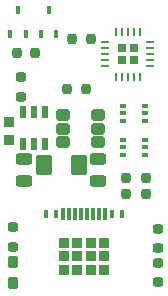
<source format=gbr>
%TF.GenerationSoftware,KiCad,Pcbnew,(6.0.2-0)*%
%TF.CreationDate,2022-03-20T18:26:47+00:00*%
%TF.ProjectId,Shelly,5368656c-6c79-42e6-9b69-6361645f7063,4*%
%TF.SameCoordinates,Original*%
%TF.FileFunction,Paste,Top*%
%TF.FilePolarity,Positive*%
%FSLAX46Y46*%
G04 Gerber Fmt 4.6, Leading zero omitted, Abs format (unit mm)*
G04 Created by KiCad (PCBNEW (6.0.2-0)) date 2022-03-20 18:26:47*
%MOMM*%
%LPD*%
G01*
G04 APERTURE LIST*
G04 Aperture macros list*
%AMRoundRect*
0 Rectangle with rounded corners*
0 $1 Rounding radius*
0 $2 $3 $4 $5 $6 $7 $8 $9 X,Y pos of 4 corners*
0 Add a 4 corners polygon primitive as box body*
4,1,4,$2,$3,$4,$5,$6,$7,$8,$9,$2,$3,0*
0 Add four circle primitives for the rounded corners*
1,1,$1+$1,$2,$3*
1,1,$1+$1,$4,$5*
1,1,$1+$1,$6,$7*
1,1,$1+$1,$8,$9*
0 Add four rect primitives between the rounded corners*
20,1,$1+$1,$2,$3,$4,$5,0*
20,1,$1+$1,$4,$5,$6,$7,0*
20,1,$1+$1,$6,$7,$8,$9,0*
20,1,$1+$1,$8,$9,$2,$3,0*%
G04 Aperture macros list end*
%ADD10RoundRect,0.216500X0.239500X-0.287500X0.239500X0.287500X-0.239500X0.287500X-0.239500X-0.287500X0*%
%ADD11RoundRect,0.184000X0.272000X-0.200000X0.272000X0.200000X-0.272000X0.200000X-0.272000X-0.200000X0*%
%ADD12RoundRect,0.057500X0.062500X0.278500X-0.062500X0.278500X-0.062500X-0.278500X0.062500X-0.278500X0*%
%ADD13RoundRect,0.048500X0.287500X0.071500X-0.287500X0.071500X-0.287500X-0.071500X0.287500X-0.071500X0*%
%ADD14RoundRect,0.186000X0.189000X0.189000X-0.189000X0.189000X-0.189000X-0.189000X0.189000X-0.189000X0*%
%ADD15RoundRect,0.069000X-0.075000X-0.478200X0.075000X-0.478200X0.075000X0.478200X-0.075000X0.478200X0*%
%ADD16R,0.420000X0.798000*%
%ADD17RoundRect,0.232500X-0.232500X-0.232500X0.232500X-0.232500X0.232500X0.232500X-0.232500X0.232500X0*%
%ADD18RoundRect,0.184000X-0.272000X0.200000X-0.272000X-0.200000X0.272000X-0.200000X0.272000X0.200000X0*%
%ADD19RoundRect,0.184000X-0.200000X-0.272000X0.200000X-0.272000X0.200000X0.272000X-0.200000X0.272000X0*%
%ADD20R,0.624000X0.384000*%
%ADD21RoundRect,0.184000X0.200000X0.272000X-0.200000X0.272000X-0.200000X-0.272000X0.200000X-0.272000X0*%
%ADD22R,0.432000X0.672000*%
%ADD23R,0.576000X1.056000*%
%ADD24RoundRect,0.230000X-0.466000X0.250000X-0.466000X-0.250000X0.466000X-0.250000X0.466000X0.250000X0*%
%ADD25RoundRect,0.220875X-0.463125X-0.619125X0.463125X-0.619125X0.463125X0.619125X-0.463125X0.619125X0*%
%ADD26RoundRect,0.250000X-0.350000X-0.250000X0.350000X-0.250000X0.350000X0.250000X-0.350000X0.250000X0*%
%ADD27RoundRect,0.207000X0.249000X-0.225000X0.249000X0.225000X-0.249000X0.225000X-0.249000X-0.225000X0*%
G04 APERTURE END LIST*
D10*
%TO.C,D3*%
X171000000Y-81875000D03*
X171000000Y-80125000D03*
%TD*%
D11*
%TO.C,R2*%
X183300000Y-78925000D03*
X183300000Y-77275000D03*
%TD*%
D12*
%TO.C,U1*%
X181700000Y-64400000D03*
X181200000Y-64400000D03*
X180700000Y-64400000D03*
X180200000Y-64400000D03*
X179700000Y-64400000D03*
D13*
X178800000Y-63500000D03*
X178800000Y-63000000D03*
X178800000Y-62500000D03*
X178800000Y-62000000D03*
X178800000Y-61500000D03*
D12*
X179700000Y-60600000D03*
X180200000Y-60600000D03*
X180700000Y-60600000D03*
X181200000Y-60600000D03*
X181700000Y-60600000D03*
D13*
X182600000Y-61500000D03*
X182600000Y-62000000D03*
X182600000Y-62500000D03*
X182600000Y-63000000D03*
X182600000Y-63500000D03*
D14*
X180200000Y-63000000D03*
X181200000Y-62000000D03*
X181200000Y-63000000D03*
X180200000Y-62000000D03*
%TD*%
D15*
%TO.C,J3*%
X175250000Y-76040000D03*
X176250000Y-76040000D03*
X177750000Y-76040000D03*
X178750000Y-76040000D03*
D16*
X179400000Y-76040000D03*
X180200000Y-76040000D03*
D15*
X178250000Y-76040000D03*
X177250000Y-76040000D03*
X176750000Y-76040000D03*
X175750000Y-76040000D03*
D16*
X174600000Y-76040000D03*
X173800000Y-76040000D03*
D17*
X175265000Y-78465000D03*
X176415000Y-80765000D03*
X177565000Y-78465000D03*
X178715000Y-78465000D03*
X176415000Y-78465000D03*
X175265000Y-79615000D03*
X175265000Y-80765000D03*
X178715000Y-79615000D03*
X178715000Y-80765000D03*
X177565000Y-80765000D03*
X176415000Y-79615000D03*
X177565000Y-79615000D03*
%TD*%
D18*
%TO.C,R5*%
X171000000Y-77175000D03*
X171000000Y-78825000D03*
%TD*%
%TO.C,R1*%
X183300000Y-80175000D03*
X183300000Y-81825000D03*
%TD*%
D19*
%TO.C,R3*%
X180575000Y-73000000D03*
X182225000Y-73000000D03*
%TD*%
%TO.C,R4*%
X180575000Y-74320000D03*
X182225000Y-74320000D03*
%TD*%
D20*
%TO.C,D1*%
X180300000Y-69750000D03*
X180300000Y-70400000D03*
X180300000Y-71050000D03*
X182200000Y-71050000D03*
X182200000Y-70400000D03*
X182200000Y-69750000D03*
%TD*%
%TO.C,D2*%
X180300000Y-66850000D03*
X180300000Y-67500000D03*
X180300000Y-68150000D03*
X182200000Y-68150000D03*
X182200000Y-67500000D03*
X182200000Y-66850000D03*
%TD*%
D21*
%TO.C,C1*%
X177565000Y-61200000D03*
X176015000Y-61200000D03*
%TD*%
D22*
%TO.C,Q1*%
X170750000Y-60800000D03*
X172050000Y-60800000D03*
X171400000Y-58800000D03*
%TD*%
D21*
%TO.C,R6*%
X177175000Y-65450000D03*
X175525000Y-65450000D03*
%TD*%
D18*
%TO.C,R7*%
X171700000Y-64475000D03*
X171700000Y-66125000D03*
%TD*%
D19*
%TO.C,C5*%
X171325000Y-62400000D03*
X172875000Y-62400000D03*
%TD*%
D22*
%TO.C,Q2*%
X173350000Y-60800000D03*
X174650000Y-60800000D03*
X174000000Y-58800000D03*
%TD*%
D23*
%TO.C,U2*%
X171830000Y-67400000D03*
D24*
X178180000Y-71350000D03*
D25*
X176542500Y-71920000D03*
D23*
X172780000Y-67400000D03*
D24*
X178180000Y-73250000D03*
X171930000Y-73250000D03*
D23*
X172780000Y-70100000D03*
D24*
X171930000Y-71350000D03*
D23*
X171830000Y-70100000D03*
D26*
X175180000Y-67650000D03*
D23*
X173730000Y-70100000D03*
D26*
X178180000Y-69950000D03*
D25*
X173577500Y-71920000D03*
D27*
X170680000Y-69775000D03*
X170680000Y-68225000D03*
D26*
X178180000Y-68800000D03*
X175180000Y-68800000D03*
X175180000Y-69950000D03*
D23*
X173730000Y-67400000D03*
D26*
X178180000Y-67650000D03*
%TD*%
M02*

</source>
